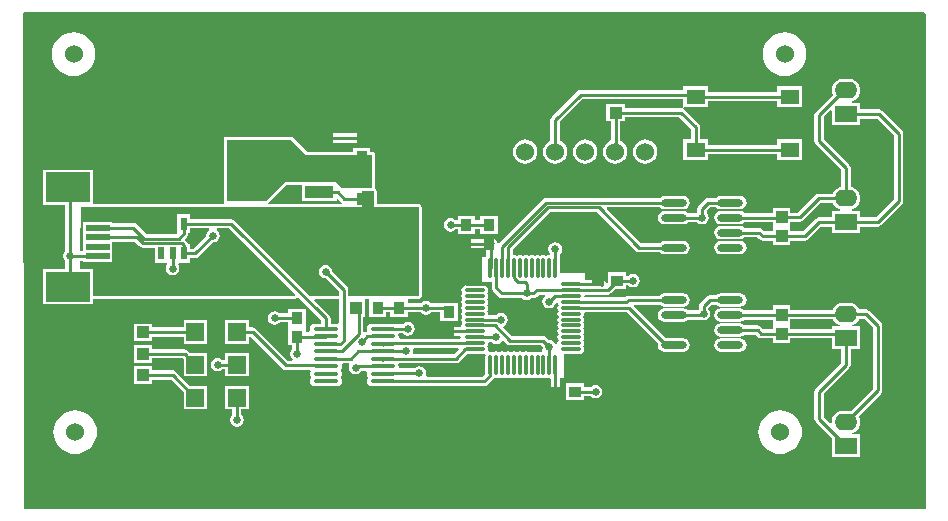
<source format=gtl>
G04*
G04 #@! TF.GenerationSoftware,Altium Limited,Altium Designer,18.1.6 (161)*
G04*
G04 Layer_Physical_Order=1*
G04 Layer_Color=255*
%FSLAX25Y25*%
%MOIN*%
G70*
G01*
G75*
%ADD14C,0.01000*%
%ADD36R,0.03937X0.04134*%
%ADD37R,0.03740X0.03937*%
%ADD38O,0.08661X0.02362*%
%ADD39R,0.09449X0.12598*%
%ADD40R,0.09449X0.03937*%
%ADD41R,0.02362X0.04331*%
%ADD42R,0.05906X0.05906*%
%ADD43R,0.06122X0.05118*%
%ADD44R,0.03937X0.03740*%
%ADD45R,0.14961X0.09843*%
%ADD46R,0.07874X0.01968*%
%ADD47O,0.08661X0.01378*%
%ADD48R,0.04134X0.03937*%
%ADD49O,0.01181X0.06890*%
%ADD50O,0.06890X0.01181*%
%ADD51O,0.07500X0.05500*%
%ADD52R,0.07500X0.05500*%
%ADD53C,0.06000*%
%ADD54R,0.06000X0.06000*%
%ADD55C,0.02500*%
G36*
X663500Y469500D02*
Y304500D01*
X363000D01*
X362501Y469646D01*
X362854Y470000D01*
X663000D01*
X663500Y469500D01*
D02*
G37*
%LPC*%
G36*
X616500Y463285D02*
X615079Y463145D01*
X613712Y462731D01*
X612453Y462057D01*
X611349Y461151D01*
X610443Y460047D01*
X609769Y458788D01*
X609355Y457421D01*
X609215Y456000D01*
X609355Y454579D01*
X609769Y453212D01*
X610443Y451953D01*
X611349Y450849D01*
X612453Y449943D01*
X613712Y449269D01*
X615079Y448855D01*
X616500Y448715D01*
X617921Y448855D01*
X619288Y449269D01*
X620547Y449943D01*
X621651Y450849D01*
X622557Y451953D01*
X623231Y453212D01*
X623645Y454579D01*
X623785Y456000D01*
X623645Y457421D01*
X623231Y458788D01*
X622557Y460047D01*
X621651Y461151D01*
X620547Y462057D01*
X619288Y462731D01*
X617921Y463145D01*
X616500Y463285D01*
D02*
G37*
G36*
X379500D02*
X378079Y463145D01*
X376712Y462731D01*
X375453Y462057D01*
X374349Y461151D01*
X373443Y460047D01*
X372769Y458788D01*
X372355Y457421D01*
X372215Y456000D01*
X372355Y454579D01*
X372769Y453212D01*
X373443Y451953D01*
X374349Y450849D01*
X375453Y449943D01*
X376712Y449269D01*
X378079Y448855D01*
X379500Y448715D01*
X380921Y448855D01*
X382288Y449269D01*
X383547Y449943D01*
X384651Y450849D01*
X385557Y451953D01*
X386230Y453212D01*
X386645Y454579D01*
X386785Y456000D01*
X386645Y457421D01*
X386230Y458788D01*
X385557Y460047D01*
X384651Y461151D01*
X383547Y462057D01*
X382288Y462731D01*
X380921Y463145D01*
X379500Y463285D01*
D02*
G37*
G36*
X622211Y445417D02*
X614089D01*
Y443388D01*
X590911D01*
Y445417D01*
X582789D01*
Y444029D01*
X548500D01*
X547915Y443913D01*
X547419Y443581D01*
X538919Y435081D01*
X538587Y434585D01*
X538471Y434000D01*
Y427196D01*
X537983Y426994D01*
X537147Y426353D01*
X536506Y425517D01*
X536103Y424544D01*
X535965Y423500D01*
X536103Y422456D01*
X536506Y421483D01*
X537147Y420647D01*
X537983Y420006D01*
X538956Y419603D01*
X540000Y419465D01*
X541044Y419603D01*
X542017Y420006D01*
X542853Y420647D01*
X543494Y421483D01*
X543897Y422456D01*
X544034Y423500D01*
X543897Y424544D01*
X543494Y425517D01*
X542853Y426353D01*
X542017Y426994D01*
X541529Y427196D01*
Y433366D01*
X549133Y440971D01*
X582789D01*
Y438765D01*
X582789Y438343D01*
X582778Y438319D01*
X582450Y437940D01*
X582242Y437981D01*
X582000Y438029D01*
X563216D01*
Y439468D01*
X557083D01*
Y433532D01*
X558620D01*
Y427258D01*
X557983Y426994D01*
X557147Y426353D01*
X556506Y425517D01*
X556103Y424544D01*
X555966Y423500D01*
X556103Y422456D01*
X556506Y421483D01*
X557147Y420647D01*
X557983Y420006D01*
X558956Y419603D01*
X560000Y419465D01*
X561044Y419603D01*
X562017Y420006D01*
X562853Y420647D01*
X563494Y421483D01*
X563897Y422456D01*
X564035Y423500D01*
X563897Y424544D01*
X563494Y425517D01*
X562853Y426353D01*
X562017Y426994D01*
X561679Y427134D01*
Y433532D01*
X563216D01*
Y434971D01*
X581366D01*
X585321Y431016D01*
Y427701D01*
X582789D01*
Y420583D01*
X590911D01*
Y422612D01*
X614089D01*
Y420583D01*
X622211D01*
Y427701D01*
X614089D01*
Y425671D01*
X590911D01*
Y427701D01*
X588380D01*
Y431650D01*
X588263Y432235D01*
X587932Y432731D01*
X583081Y437581D01*
X582700Y437836D01*
X582904Y438293D01*
X583250Y438299D01*
X583271Y438299D01*
X590911D01*
Y440329D01*
X614089D01*
Y438299D01*
X622211D01*
Y445417D01*
D02*
G37*
G36*
X475500Y429679D02*
X475025Y429585D01*
X461417D01*
X460832Y429468D01*
X460336Y429137D01*
X460004Y428640D01*
X459888Y428055D01*
X460004Y427470D01*
X460336Y426974D01*
X460832Y426642D01*
X461417Y426526D01*
X475406D01*
X475991Y426642D01*
X476487Y426974D01*
X476581Y427068D01*
X476913Y427564D01*
X477029Y428150D01*
X476913Y428735D01*
X476581Y429231D01*
X476085Y429563D01*
X475500Y429679D01*
D02*
G37*
G36*
X570000Y427534D02*
X568956Y427397D01*
X567983Y426994D01*
X567147Y426353D01*
X566506Y425517D01*
X566103Y424544D01*
X565966Y423500D01*
X566103Y422456D01*
X566506Y421483D01*
X567147Y420647D01*
X567983Y420006D01*
X568956Y419603D01*
X570000Y419465D01*
X571044Y419603D01*
X572017Y420006D01*
X572853Y420647D01*
X573494Y421483D01*
X573897Y422456D01*
X574035Y423500D01*
X573897Y424544D01*
X573494Y425517D01*
X572853Y426353D01*
X572017Y426994D01*
X571044Y427397D01*
X570000Y427534D01*
D02*
G37*
G36*
X550000D02*
X548956Y427397D01*
X547983Y426994D01*
X547147Y426353D01*
X546506Y425517D01*
X546103Y424544D01*
X545965Y423500D01*
X546103Y422456D01*
X546506Y421483D01*
X547147Y420647D01*
X547983Y420006D01*
X548956Y419603D01*
X550000Y419465D01*
X551044Y419603D01*
X552017Y420006D01*
X552853Y420647D01*
X553494Y421483D01*
X553897Y422456D01*
X554035Y423500D01*
X553897Y424544D01*
X553494Y425517D01*
X552853Y426353D01*
X552017Y426994D01*
X551044Y427397D01*
X550000Y427534D01*
D02*
G37*
G36*
X530000D02*
X528956Y427397D01*
X527983Y426994D01*
X527147Y426353D01*
X526506Y425517D01*
X526103Y424544D01*
X525965Y423500D01*
X526103Y422456D01*
X526506Y421483D01*
X527147Y420647D01*
X527983Y420006D01*
X528956Y419603D01*
X530000Y419465D01*
X531044Y419603D01*
X532017Y420006D01*
X532853Y420647D01*
X533494Y421483D01*
X533897Y422456D01*
X534034Y423500D01*
X533897Y424544D01*
X533494Y425517D01*
X532853Y426353D01*
X532017Y426994D01*
X531044Y427397D01*
X530000Y427534D01*
D02*
G37*
G36*
X452000Y428520D02*
X430500D01*
X430110Y428442D01*
X429779Y428221D01*
X429558Y427890D01*
X429480Y427500D01*
Y407000D01*
X429558Y406610D01*
X429618Y406520D01*
X429351Y406020D01*
X386137D01*
Y417457D01*
X369176D01*
Y405614D01*
X376770D01*
Y390385D01*
X376677Y390323D01*
X376180Y389579D01*
X376005Y388701D01*
X376180Y387823D01*
X376677Y387079D01*
X376770Y387017D01*
Y384386D01*
X369176D01*
Y372543D01*
X386137D01*
Y374480D01*
X453184D01*
X453574Y374558D01*
X453905Y374779D01*
X454527Y374810D01*
X462107Y367230D01*
Y366148D01*
X459995D01*
X459336Y366017D01*
X458777Y365644D01*
X458404Y365085D01*
X458273Y364426D01*
X458382Y363880D01*
X458107Y363380D01*
X456870D01*
Y364681D01*
X456870Y364819D01*
Y365181D01*
X456870Y365319D01*
Y371118D01*
X451130D01*
Y369679D01*
X448037D01*
X447378Y370120D01*
X446500Y370294D01*
X445622Y370120D01*
X444878Y369622D01*
X444381Y368878D01*
X444206Y368000D01*
X444381Y367122D01*
X444878Y366378D01*
X445622Y365880D01*
X446500Y365706D01*
X447378Y365880D01*
X448122Y366378D01*
X448284Y366620D01*
X451130D01*
Y365319D01*
X451130Y365181D01*
Y364819D01*
X451130Y364681D01*
Y358882D01*
X452471D01*
Y357684D01*
X452378Y357622D01*
X451881Y356878D01*
X451706Y356000D01*
X451881Y355122D01*
X452378Y354378D01*
X452544Y354267D01*
X452393Y353767D01*
X450896D01*
X440238Y364425D01*
X439742Y364756D01*
X439156Y364873D01*
X437843D01*
Y367296D01*
X429937D01*
Y359391D01*
X437843D01*
Y361814D01*
X438523D01*
X449181Y351156D01*
X449678Y350824D01*
X450263Y350708D01*
X458219D01*
X458486Y350208D01*
X458404Y350085D01*
X458273Y349426D01*
X458404Y348767D01*
X458529Y348580D01*
X458759Y348176D01*
X458529Y347773D01*
X458404Y347585D01*
X458273Y346926D01*
X458404Y346267D01*
X458777Y345708D01*
X459336Y345335D01*
X459995Y345204D01*
X467278D01*
X467938Y345335D01*
X468496Y345708D01*
X468869Y346267D01*
X469001Y346926D01*
X468869Y347585D01*
X468744Y347773D01*
X468515Y348176D01*
X468744Y348580D01*
X468869Y348767D01*
X469001Y349426D01*
X468869Y350085D01*
X468744Y350273D01*
X468515Y350676D01*
X468744Y351080D01*
X468869Y351267D01*
X469001Y351926D01*
X468907Y352397D01*
X469217Y352897D01*
X471197D01*
X471433Y352456D01*
X471381Y352378D01*
X471206Y351500D01*
X471381Y350622D01*
X471878Y349878D01*
X472622Y349380D01*
X473500Y349206D01*
X474378Y349380D01*
X475122Y349878D01*
X475469Y350397D01*
X476954D01*
X477264Y349897D01*
X477171Y349426D01*
X477302Y348767D01*
X477427Y348580D01*
X477657Y348176D01*
X477427Y347773D01*
X477302Y347585D01*
X477171Y346926D01*
X477302Y346267D01*
X477675Y345708D01*
X478234Y345335D01*
X478893Y345204D01*
X486176D01*
X486835Y345335D01*
X486927Y345397D01*
X516426D01*
X517011Y345513D01*
X517508Y345845D01*
X519360Y347697D01*
X519668Y348158D01*
X519748Y348104D01*
X520369Y347981D01*
X520990Y348104D01*
X521353Y348347D01*
X521717Y348104D01*
X522338Y347981D01*
X522958Y348104D01*
X523322Y348347D01*
X523686Y348104D01*
X524306Y347981D01*
X524927Y348104D01*
X525290Y348347D01*
X525654Y348104D01*
X526275Y347981D01*
X526895Y348104D01*
X527259Y348347D01*
X527623Y348104D01*
X528243Y347981D01*
X528864Y348104D01*
X529227Y348347D01*
X529591Y348104D01*
X530212Y347981D01*
X530832Y348104D01*
X531196Y348347D01*
X531560Y348104D01*
X532180Y347981D01*
X532801Y348104D01*
X533164Y348347D01*
X533528Y348104D01*
X534149Y347981D01*
X534769Y348104D01*
X535133Y348347D01*
X535497Y348104D01*
X535601Y348000D01*
X536020D01*
X536117Y347981D01*
X536214Y348000D01*
X537988D01*
X538086Y347981D01*
X538525Y347673D01*
Y343796D01*
X538641Y343211D01*
X538973Y342715D01*
X539269Y342419D01*
X539765Y342087D01*
X540350Y341971D01*
X540936Y342087D01*
X541432Y342419D01*
X541763Y342915D01*
X541880Y343500D01*
X541763Y344085D01*
X541583Y344354D01*
Y348000D01*
X543000D01*
Y356051D01*
X548125D01*
X548746Y356175D01*
X549272Y356526D01*
X549623Y357053D01*
X549747Y357673D01*
X549623Y358294D01*
X549380Y358658D01*
X549623Y359021D01*
X549747Y359642D01*
X549623Y360262D01*
X549380Y360626D01*
X549623Y360990D01*
X549747Y361610D01*
X549623Y362231D01*
X549380Y362595D01*
X549623Y362958D01*
X549747Y363579D01*
X549623Y364199D01*
X549380Y364563D01*
X549623Y364927D01*
X549747Y365547D01*
X549623Y366168D01*
X549380Y366531D01*
X549623Y366895D01*
X549747Y367516D01*
X549623Y368136D01*
X549380Y368500D01*
X549623Y368864D01*
X549747Y369484D01*
X549736Y369537D01*
X550053Y369923D01*
X563914D01*
X574287Y359550D01*
X574178Y359000D01*
X574347Y358149D01*
X574829Y357428D01*
X575551Y356945D01*
X576402Y356776D01*
X582701D01*
X583552Y356945D01*
X584273Y357428D01*
X584755Y358149D01*
X584925Y359000D01*
X584755Y359851D01*
X584273Y360573D01*
X583552Y361055D01*
X582701Y361224D01*
X576939D01*
X566264Y371898D01*
X566456Y372360D01*
X574930D01*
X575551Y371945D01*
X576402Y371776D01*
X582701D01*
X583552Y371945D01*
X584273Y372428D01*
X584755Y373149D01*
X584925Y374000D01*
X584755Y374851D01*
X584273Y375572D01*
X583552Y376055D01*
X582701Y376224D01*
X576402D01*
X575551Y376055D01*
X574829Y375572D01*
X574727Y375419D01*
X564390D01*
X563804Y375303D01*
X563308Y374971D01*
X563288Y374951D01*
X550053D01*
X549736Y375337D01*
X549747Y375390D01*
X549736Y375442D01*
X550053Y375829D01*
X557508D01*
X558093Y375945D01*
X558589Y376277D01*
X559942Y377630D01*
X563618D01*
Y378971D01*
X564316D01*
X564378Y378878D01*
X565122Y378380D01*
X566000Y378206D01*
X566878Y378380D01*
X567622Y378878D01*
X568119Y379622D01*
X568294Y380500D01*
X568119Y381378D01*
X567622Y382122D01*
X566878Y382620D01*
X566000Y382794D01*
X565122Y382620D01*
X564378Y382122D01*
X564316Y382029D01*
X563618D01*
Y383370D01*
X557681D01*
Y380007D01*
X557508Y379872D01*
X557445Y379855D01*
X556876Y379974D01*
X556705Y380231D01*
X556527Y380408D01*
X556031Y380740D01*
X555446Y380856D01*
X550000D01*
Y383000D01*
X541676D01*
Y387398D01*
X541583Y387862D01*
Y389316D01*
X541676Y389378D01*
X542174Y390122D01*
X542348Y391000D01*
X542174Y391878D01*
X541676Y392622D01*
X540932Y393120D01*
X540054Y393294D01*
X539176Y393120D01*
X538432Y392622D01*
X537935Y391878D01*
X537760Y391000D01*
X537935Y390122D01*
X538369Y389473D01*
X538208Y389115D01*
X538121Y389012D01*
X538086Y389019D01*
X537465Y388896D01*
X537101Y388653D01*
X536738Y388896D01*
X536117Y389019D01*
X535497Y388896D01*
X535133Y388653D01*
X534769Y388896D01*
X534149Y389019D01*
X533528Y388896D01*
X533164Y388653D01*
X532801Y388896D01*
X532180Y389019D01*
X531560Y388896D01*
X531196Y388653D01*
X530832Y388896D01*
X530212Y389019D01*
X529591Y388896D01*
X529227Y388653D01*
X528864Y388896D01*
X528243Y389019D01*
X527623Y388896D01*
X527259Y388653D01*
X526895Y388896D01*
X526275Y389019D01*
X526222Y389009D01*
X525836Y389326D01*
Y391051D01*
X538255Y403471D01*
X553866D01*
X566919Y390419D01*
X567415Y390087D01*
X568000Y389971D01*
X574800D01*
X574829Y389928D01*
X575551Y389445D01*
X576402Y389276D01*
X582701D01*
X583552Y389445D01*
X584273Y389928D01*
X584755Y390649D01*
X584925Y391500D01*
X584755Y392351D01*
X584273Y393073D01*
X583552Y393555D01*
X582701Y393724D01*
X576402D01*
X575551Y393555D01*
X574829Y393073D01*
X574800Y393029D01*
X568634D01*
X557154Y404509D01*
X557346Y404971D01*
X574800D01*
X574829Y404927D01*
X575551Y404445D01*
X576402Y404276D01*
X582701D01*
X583552Y404445D01*
X584273Y404927D01*
X584755Y405649D01*
X584925Y406500D01*
X584755Y407351D01*
X584273Y408073D01*
X583552Y408555D01*
X582701Y408724D01*
X576402D01*
X575551Y408555D01*
X574829Y408073D01*
X574800Y408029D01*
X537000D01*
X536415Y407913D01*
X535919Y407581D01*
X521256Y392919D01*
X521196Y392829D01*
X520725Y393024D01*
X520730Y393051D01*
X520614Y393636D01*
X520282Y394133D01*
X519786Y394464D01*
X519390Y394543D01*
X519136Y394712D01*
X518551Y394829D01*
X517966Y394712D01*
X517470Y394381D01*
X517469Y394380D01*
X511897D01*
X511311Y394263D01*
X510815Y393932D01*
X510484Y393436D01*
X510367Y392850D01*
X510484Y392265D01*
X510815Y391769D01*
X511311Y391437D01*
X511897Y391321D01*
X517022D01*
Y388500D01*
X515500D01*
Y380000D01*
X518840D01*
Y378131D01*
X518956Y377546D01*
X519288Y377049D01*
X521175Y375163D01*
X521671Y374831D01*
X522256Y374714D01*
X528821D01*
X528878Y374629D01*
X529622Y374131D01*
X530500Y373957D01*
X531378Y374131D01*
X532122Y374629D01*
X532184Y374722D01*
X532751D01*
X533336Y374838D01*
X533832Y375169D01*
X534492Y375829D01*
X536536D01*
X536687Y375329D01*
X536378Y375122D01*
X535881Y374378D01*
X535706Y373500D01*
X535881Y372622D01*
X536378Y371878D01*
X537122Y371380D01*
X538000Y371206D01*
X538878Y371380D01*
X539622Y371878D01*
X540119Y372622D01*
X540227Y373162D01*
X540326Y373212D01*
X540892Y372933D01*
X540918Y372801D01*
X541161Y372437D01*
X540918Y372073D01*
X540795Y371453D01*
X540918Y370832D01*
X541161Y370468D01*
X540918Y370105D01*
X540795Y369484D01*
X540918Y368864D01*
X541161Y368500D01*
X540918Y368136D01*
X540795Y367516D01*
X540918Y366895D01*
X541161Y366531D01*
X540918Y366168D01*
X540795Y365547D01*
X540918Y364927D01*
X541161Y364563D01*
X540918Y364199D01*
X540795Y363579D01*
X540918Y362958D01*
X541161Y362595D01*
X540918Y362231D01*
X540795Y361610D01*
X540918Y360990D01*
X541161Y360626D01*
X540918Y360262D01*
X540795Y359642D01*
X540859Y359317D01*
X540462Y358872D01*
X540283Y358899D01*
X540205Y359292D01*
X539708Y360036D01*
X538964Y360534D01*
X538086Y360708D01*
X537976Y360687D01*
X537081Y361581D01*
X536585Y361913D01*
X536000Y362029D01*
X525598D01*
X522727Y364901D01*
X522842Y365281D01*
X522924Y365411D01*
X523622Y365878D01*
X524119Y366622D01*
X524294Y367500D01*
X524119Y368378D01*
X523622Y369122D01*
X522878Y369619D01*
X522000Y369794D01*
X521122Y369619D01*
X520378Y369122D01*
X520326Y369045D01*
X517967D01*
X517650Y369432D01*
X517660Y369484D01*
X517537Y370105D01*
X517294Y370468D01*
X517537Y370832D01*
X517660Y371453D01*
X517537Y372073D01*
X517294Y372437D01*
X517537Y372801D01*
X517660Y373421D01*
X517537Y374042D01*
X517294Y374406D01*
X517537Y374769D01*
X517660Y375390D01*
X517537Y376010D01*
X517294Y376374D01*
X517537Y376738D01*
X517660Y377358D01*
X517537Y377979D01*
X517185Y378505D01*
X516659Y378856D01*
X516038Y378980D01*
X510330D01*
X509709Y378856D01*
X509183Y378505D01*
X508832Y377979D01*
X508708Y377358D01*
X508832Y376738D01*
X509074Y376374D01*
X508832Y376010D01*
X508708Y375390D01*
X508832Y374769D01*
X509074Y374406D01*
X508832Y374042D01*
X508708Y373421D01*
X508832Y372801D01*
X509074Y372437D01*
X508832Y372073D01*
X508708Y371453D01*
X508832Y370832D01*
X509074Y370468D01*
X508832Y370105D01*
X508708Y369484D01*
X508832Y368864D01*
X509074Y368500D01*
X508832Y368136D01*
X508708Y367516D01*
X508832Y366895D01*
X509074Y366531D01*
X508832Y366168D01*
X508708Y365547D01*
X508718Y365495D01*
X508401Y365108D01*
X506272D01*
X505686Y364992D01*
X505190Y364660D01*
X504859Y364164D01*
X504742Y363579D01*
X504859Y362994D01*
X505190Y362497D01*
X505686Y362166D01*
X506272Y362049D01*
X508401D01*
X508718Y361663D01*
X508708Y361610D01*
X508718Y361558D01*
X508401Y361171D01*
X488258D01*
X487848Y361671D01*
X487898Y361926D01*
X487805Y362397D01*
X488115Y362897D01*
X489242D01*
X489304Y362804D01*
X490048Y362307D01*
X490926Y362132D01*
X491804Y362307D01*
X492548Y362804D01*
X493046Y363548D01*
X493220Y364426D01*
X493046Y365304D01*
X492548Y366048D01*
X491804Y366546D01*
X490926Y366720D01*
X490048Y366546D01*
X489304Y366048D01*
X489242Y365956D01*
X486927D01*
X486835Y366017D01*
X486176Y366148D01*
X478893D01*
X478234Y366017D01*
X477675Y365644D01*
X477302Y365085D01*
X477171Y364426D01*
X477302Y363767D01*
X476969Y363365D01*
X476841Y363339D01*
X476633Y363200D01*
X476133Y363467D01*
Y368284D01*
X476762D01*
Y374417D01*
X477236Y374480D01*
X477553D01*
X478027Y374416D01*
X478027Y373980D01*
Y368479D01*
X483767D01*
Y369918D01*
X485130D01*
Y368382D01*
X490870D01*
Y369918D01*
X495316D01*
X495378Y369826D01*
X496122Y369328D01*
X497000Y369154D01*
X497878Y369328D01*
X498622Y369826D01*
X498684Y369918D01*
X501734D01*
Y367181D01*
X507474D01*
Y373118D01*
X501734D01*
Y372977D01*
X498684D01*
X498622Y373070D01*
X497878Y373567D01*
X497000Y373742D01*
X496122Y373567D01*
X495378Y373070D01*
X495316Y372977D01*
X491224D01*
X490870Y373331D01*
X490870Y374319D01*
X491303Y374480D01*
X494500D01*
X494890Y374558D01*
X495221Y374779D01*
X495442Y375110D01*
X495520Y375500D01*
Y405000D01*
X495442Y405390D01*
X495221Y405721D01*
X494890Y405942D01*
X494500Y406020D01*
X480520D01*
Y410213D01*
X480490Y410359D01*
X480476Y410508D01*
X480452Y410553D01*
X480442Y410603D01*
X480359Y410727D01*
X480289Y410859D01*
X480249Y410891D01*
X480221Y410934D01*
X480097Y411017D01*
X479981Y411112D01*
X479946Y411130D01*
X480020Y411500D01*
Y422500D01*
X479942Y422890D01*
X479721Y423221D01*
X479390Y423442D01*
X479000Y423520D01*
X478370D01*
Y424819D01*
X472630D01*
Y423520D01*
X457422D01*
X452721Y428221D01*
X452390Y428442D01*
X452000Y428520D01*
D02*
G37*
G36*
X601598Y408724D02*
X595299D01*
X594448Y408555D01*
X593727Y408073D01*
X593698Y408029D01*
X591000D01*
X590415Y407913D01*
X589919Y407581D01*
X587919Y405581D01*
X587587Y405085D01*
X587471Y404500D01*
Y403184D01*
X587378Y403122D01*
X587316Y403029D01*
X584302D01*
X584273Y403073D01*
X583552Y403555D01*
X582701Y403724D01*
X576402D01*
X575551Y403555D01*
X574829Y403073D01*
X574347Y402351D01*
X574178Y401500D01*
X574347Y400649D01*
X574829Y399927D01*
X575551Y399445D01*
X576402Y399276D01*
X582701D01*
X583552Y399445D01*
X584273Y399927D01*
X584302Y399971D01*
X587316D01*
X587378Y399878D01*
X588122Y399380D01*
X589000Y399206D01*
X589878Y399380D01*
X590622Y399878D01*
X591119Y400622D01*
X591294Y401500D01*
X591119Y402378D01*
X590622Y403122D01*
X590529Y403184D01*
Y403866D01*
X591634Y404971D01*
X593698D01*
X593727Y404927D01*
X594448Y404445D01*
X595299Y404276D01*
X601598D01*
X602449Y404445D01*
X603171Y404927D01*
X603653Y405649D01*
X603822Y406500D01*
X603653Y407351D01*
X603171Y408073D01*
X602449Y408555D01*
X601598Y408724D01*
D02*
G37*
G36*
X638000Y447656D02*
X636000D01*
X635021Y447528D01*
X634109Y447150D01*
X633325Y446549D01*
X632724Y445765D01*
X632346Y444853D01*
X632218Y443874D01*
X632346Y442895D01*
X632570Y442355D01*
X626919Y436703D01*
X626587Y436207D01*
X626471Y435621D01*
Y427000D01*
X626587Y426415D01*
X626919Y425919D01*
X635471Y417367D01*
Y411587D01*
X635021Y411527D01*
X634109Y411150D01*
X633325Y410548D01*
X632724Y409765D01*
X632575Y409403D01*
X627874D01*
X627289Y409287D01*
X626793Y408955D01*
X621016Y403179D01*
X618469D01*
Y404716D01*
X612532D01*
Y403029D01*
X603200D01*
X603171Y403073D01*
X602449Y403555D01*
X601598Y403724D01*
X595299D01*
X594448Y403555D01*
X593727Y403073D01*
X593245Y402351D01*
X593075Y401500D01*
X593245Y400649D01*
X593727Y399927D01*
X594448Y399445D01*
X595299Y399276D01*
X601598D01*
X602449Y399445D01*
X603171Y399927D01*
X603200Y399971D01*
X612532D01*
Y398583D01*
X612532D01*
Y398417D01*
X612532D01*
Y396880D01*
X609783D01*
X609081Y397581D01*
X608585Y397913D01*
X608000Y398029D01*
X603200D01*
X603171Y398073D01*
X602449Y398555D01*
X601598Y398724D01*
X595299D01*
X594448Y398555D01*
X593727Y398073D01*
X593245Y397351D01*
X593075Y396500D01*
X593245Y395649D01*
X593727Y394928D01*
X594448Y394445D01*
X595299Y394276D01*
X601598D01*
X602449Y394445D01*
X603171Y394928D01*
X603200Y394971D01*
X607367D01*
X608068Y394269D01*
X608564Y393937D01*
X609150Y393821D01*
X612532D01*
Y392284D01*
X618469D01*
Y393821D01*
X623350D01*
X623936Y393937D01*
X624432Y394269D01*
X628633Y398471D01*
X632250D01*
Y396250D01*
X641750D01*
Y398471D01*
X647500D01*
X648085Y398587D01*
X648581Y398919D01*
X655581Y405919D01*
X655913Y406415D01*
X656029Y407000D01*
Y429500D01*
X655913Y430085D01*
X655581Y430581D01*
X649081Y437081D01*
X648585Y437413D01*
X648000Y437529D01*
X641750D01*
Y439750D01*
X639088D01*
X638979Y440220D01*
X639891Y440598D01*
X640674Y441199D01*
X641276Y441983D01*
X641653Y442895D01*
X641782Y443874D01*
X641653Y444853D01*
X641276Y445765D01*
X640674Y446549D01*
X639891Y447150D01*
X638979Y447528D01*
X638000Y447656D01*
D02*
G37*
G36*
X520870Y402118D02*
X515130D01*
Y400679D01*
X513267D01*
Y402118D01*
X507527D01*
Y400679D01*
X506834D01*
X506772Y400772D01*
X506028Y401269D01*
X505150Y401444D01*
X504272Y401269D01*
X503527Y400772D01*
X503030Y400028D01*
X502855Y399150D01*
X503030Y398272D01*
X503527Y397527D01*
X504272Y397030D01*
X505150Y396855D01*
X506028Y397030D01*
X506772Y397527D01*
X506834Y397620D01*
X507527D01*
Y396181D01*
X513267D01*
Y397620D01*
X515130D01*
Y396181D01*
X520870D01*
Y402118D01*
D02*
G37*
G36*
X601598Y393724D02*
X595299D01*
X594448Y393555D01*
X593727Y393073D01*
X593245Y392351D01*
X593075Y391500D01*
X593245Y390649D01*
X593727Y389928D01*
X594448Y389445D01*
X595299Y389276D01*
X601598D01*
X602449Y389445D01*
X603171Y389928D01*
X603653Y390649D01*
X603822Y391500D01*
X603653Y392351D01*
X603171Y393073D01*
X602449Y393555D01*
X601598Y393724D01*
D02*
G37*
G36*
Y376224D02*
X595299D01*
X594448Y376055D01*
X593727Y375572D01*
X593698Y375529D01*
X591500D01*
X590915Y375413D01*
X590419Y375081D01*
X588419Y373081D01*
X588087Y372585D01*
X587971Y372000D01*
Y371184D01*
X587878Y371122D01*
X587482Y370529D01*
X584302D01*
X584273Y370572D01*
X583552Y371055D01*
X582701Y371224D01*
X576402D01*
X575551Y371055D01*
X574829Y370572D01*
X574347Y369851D01*
X574178Y369000D01*
X574347Y368149D01*
X574829Y367427D01*
X575551Y366945D01*
X576402Y366776D01*
X582701D01*
X583552Y366945D01*
X584273Y367427D01*
X584302Y367471D01*
X588487D01*
X588622Y367380D01*
X589500Y367206D01*
X590378Y367380D01*
X591122Y367878D01*
X591619Y368622D01*
X591794Y369500D01*
X591619Y370378D01*
X591122Y371122D01*
X591270Y371607D01*
X592134Y372471D01*
X593698D01*
X593727Y372428D01*
X594448Y371945D01*
X595299Y371776D01*
X601598D01*
X602449Y371945D01*
X603171Y372428D01*
X603653Y373149D01*
X603822Y374000D01*
X603653Y374851D01*
X603171Y375572D01*
X602449Y376055D01*
X601598Y376224D01*
D02*
G37*
G36*
X638000Y373156D02*
X636000D01*
X635021Y373027D01*
X634109Y372650D01*
X633325Y372048D01*
X632724Y371265D01*
X632482Y370679D01*
X618469D01*
Y372217D01*
X612532D01*
Y370529D01*
X603200D01*
X603171Y370572D01*
X602449Y371055D01*
X601598Y371224D01*
X595299D01*
X594448Y371055D01*
X593727Y370572D01*
X593245Y369851D01*
X593075Y369000D01*
X593245Y368149D01*
X593727Y367427D01*
X594448Y366945D01*
X595299Y366776D01*
X601598D01*
X602449Y366945D01*
X603171Y367427D01*
X603200Y367471D01*
X612532D01*
Y366083D01*
X612532D01*
Y365917D01*
X612532D01*
Y364380D01*
X609283D01*
X608581Y365081D01*
X608085Y365413D01*
X607500Y365529D01*
X603200D01*
X603171Y365573D01*
X602449Y366055D01*
X601598Y366224D01*
X595299D01*
X594448Y366055D01*
X593727Y365573D01*
X593245Y364851D01*
X593075Y364000D01*
X593245Y363149D01*
X593727Y362427D01*
X594448Y361945D01*
X595299Y361776D01*
X601598D01*
X602449Y361945D01*
X603171Y362427D01*
X603200Y362471D01*
X606867D01*
X607568Y361769D01*
X608064Y361437D01*
X608650Y361321D01*
X612532D01*
Y359784D01*
X618469D01*
Y361321D01*
X632250D01*
Y357750D01*
X635471D01*
Y353134D01*
X626919Y344581D01*
X626587Y344085D01*
X626471Y343500D01*
Y334500D01*
X626587Y333915D01*
X626919Y333419D01*
X632250Y328087D01*
Y321750D01*
X641750D01*
Y329250D01*
X639088D01*
X638979Y329720D01*
X639891Y330098D01*
X640674Y330699D01*
X641276Y331483D01*
X641653Y332395D01*
X641782Y333374D01*
X641653Y334353D01*
X641276Y335265D01*
X641179Y335391D01*
X648581Y342793D01*
X648913Y343289D01*
X649029Y343874D01*
Y365500D01*
X648913Y366085D01*
X648581Y366581D01*
X644707Y370456D01*
X644211Y370787D01*
X643626Y370903D01*
X641426D01*
X641276Y371265D01*
X640674Y372048D01*
X639891Y372650D01*
X638979Y373027D01*
X638000Y373156D01*
D02*
G37*
G36*
X424063Y367296D02*
X416157D01*
Y364873D01*
X405717D01*
Y366175D01*
X399583D01*
Y360238D01*
X405717D01*
Y361814D01*
X416157D01*
Y359391D01*
X424063D01*
Y367296D01*
D02*
G37*
G36*
X601598Y361224D02*
X595299D01*
X594448Y361055D01*
X593727Y360573D01*
X593245Y359851D01*
X593075Y359000D01*
X593245Y358149D01*
X593727Y357428D01*
X594448Y356945D01*
X595299Y356776D01*
X601598D01*
X602449Y356945D01*
X603171Y357428D01*
X603653Y358149D01*
X603822Y359000D01*
X603653Y359851D01*
X603171Y360573D01*
X602449Y361055D01*
X601598Y361224D01*
D02*
G37*
G36*
X437843Y356453D02*
X429937D01*
Y354029D01*
X429184D01*
X429122Y354122D01*
X428378Y354620D01*
X427500Y354794D01*
X426622Y354620D01*
X425878Y354122D01*
X425381Y353378D01*
X425206Y352500D01*
X425381Y351622D01*
X425878Y350878D01*
X426622Y350380D01*
X427500Y350206D01*
X428378Y350380D01*
X429122Y350878D01*
X429184Y350971D01*
X429937D01*
Y348547D01*
X437843D01*
Y356453D01*
D02*
G37*
G36*
X405717Y359072D02*
X399583D01*
Y353135D01*
X405717D01*
Y354574D01*
X415873D01*
X416157Y354290D01*
Y348547D01*
X424063D01*
Y356453D01*
X418320D01*
X417588Y357185D01*
X417092Y357516D01*
X416507Y357633D01*
X405717D01*
Y359072D01*
D02*
G37*
G36*
X549618Y346370D02*
X543681D01*
Y340630D01*
X549618D01*
Y341971D01*
X551816D01*
X551878Y341878D01*
X552622Y341381D01*
X553500Y341206D01*
X554378Y341381D01*
X555122Y341878D01*
X555619Y342622D01*
X555794Y343500D01*
X555619Y344378D01*
X555122Y345122D01*
X554378Y345620D01*
X553500Y345794D01*
X552622Y345620D01*
X551878Y345122D01*
X551816Y345029D01*
X549618D01*
Y346370D01*
D02*
G37*
G36*
X405717Y351969D02*
X399583D01*
Y346031D01*
X405717D01*
Y347471D01*
X411977D01*
X416157Y343290D01*
Y337547D01*
X424063D01*
Y345453D01*
X418320D01*
X413692Y350081D01*
X413196Y350413D01*
X412610Y350529D01*
X405717D01*
Y351969D01*
D02*
G37*
G36*
X437843Y345453D02*
X429937D01*
Y337547D01*
X432360D01*
Y335596D01*
X431881Y334878D01*
X431706Y334000D01*
X431881Y333122D01*
X432378Y332378D01*
X433122Y331880D01*
X434000Y331706D01*
X434878Y331880D01*
X435622Y332378D01*
X436119Y333122D01*
X436294Y334000D01*
X436119Y334878D01*
X435622Y335622D01*
X435419Y335758D01*
Y337547D01*
X437843D01*
Y345453D01*
D02*
G37*
G36*
X615000Y337285D02*
X613579Y337145D01*
X612212Y336731D01*
X610953Y336057D01*
X609849Y335151D01*
X608943Y334047D01*
X608270Y332788D01*
X607855Y331421D01*
X607715Y330000D01*
X607855Y328579D01*
X608270Y327212D01*
X608943Y325953D01*
X609849Y324849D01*
X610953Y323943D01*
X612212Y323270D01*
X613579Y322855D01*
X615000Y322715D01*
X616421Y322855D01*
X617788Y323270D01*
X619047Y323943D01*
X620151Y324849D01*
X621057Y325953D01*
X621731Y327212D01*
X622145Y328579D01*
X622285Y330000D01*
X622145Y331421D01*
X621731Y332788D01*
X621057Y334047D01*
X620151Y335151D01*
X619047Y336057D01*
X617788Y336731D01*
X616421Y337145D01*
X615000Y337285D01*
D02*
G37*
G36*
X380000D02*
X378579Y337145D01*
X377212Y336731D01*
X375953Y336057D01*
X374849Y335151D01*
X373943Y334047D01*
X373270Y332788D01*
X372855Y331421D01*
X372715Y330000D01*
X372855Y328579D01*
X373270Y327212D01*
X373943Y325953D01*
X374849Y324849D01*
X375953Y323943D01*
X377212Y323270D01*
X378579Y322855D01*
X380000Y322715D01*
X381421Y322855D01*
X382788Y323270D01*
X384047Y323943D01*
X385151Y324849D01*
X386057Y325953D01*
X386731Y327212D01*
X387145Y328579D01*
X387285Y330000D01*
X387145Y331421D01*
X386731Y332788D01*
X386057Y334047D01*
X385151Y335151D01*
X384047Y336057D01*
X382788Y336731D01*
X381421Y337145D01*
X380000Y337285D01*
D02*
G37*
%LPD*%
G36*
X457000Y422500D02*
X479000D01*
Y411500D01*
X469000D01*
X467000Y413500D01*
X450000D01*
X443500Y407000D01*
X430500D01*
Y427500D01*
X452000D01*
X457000Y422500D01*
D02*
G37*
G36*
X455693Y406976D02*
X467142D01*
Y407542D01*
X467604Y407733D01*
X468568Y406769D01*
X468941Y406520D01*
X468797Y406020D01*
X444669D01*
X444461Y406520D01*
X450422Y412480D01*
X455693D01*
Y406976D01*
D02*
G37*
G36*
X453375Y375962D02*
X453184Y375500D01*
X386137D01*
Y384386D01*
X381954D01*
X381603Y384741D01*
X381630Y387171D01*
X382562D01*
Y386717D01*
X392436D01*
Y389866D01*
Y393471D01*
X399867D01*
X401419Y391919D01*
X401915Y391587D01*
X402500Y391471D01*
X406579D01*
Y386413D01*
X410482D01*
X410738Y385913D01*
X410381Y385378D01*
X410206Y384500D01*
X410381Y383622D01*
X410878Y382878D01*
X411622Y382381D01*
X412500Y382206D01*
X413378Y382381D01*
X414122Y382878D01*
X414619Y383622D01*
X414794Y384500D01*
X414619Y385378D01*
X414262Y385913D01*
X414518Y386413D01*
X418421D01*
Y388049D01*
X420079D01*
X420664Y388166D01*
X421160Y388497D01*
X425891Y393228D01*
X426000Y393206D01*
X426878Y393380D01*
X427622Y393878D01*
X428119Y394622D01*
X428294Y395500D01*
X428119Y396378D01*
X427622Y397122D01*
X427218Y397392D01*
X427370Y397892D01*
X431445D01*
X453375Y375962D01*
D02*
G37*
G36*
X424782Y397392D02*
X424378Y397122D01*
X423881Y396378D01*
X423706Y395500D01*
X423728Y395391D01*
X419445Y391108D01*
X418421D01*
Y392744D01*
X417673D01*
X417653Y392845D01*
X417322Y393341D01*
X416581Y394081D01*
X416551Y394388D01*
X417322Y395159D01*
X417653Y395655D01*
X417769Y396240D01*
Y396256D01*
X418421D01*
Y397892D01*
X424630D01*
X424782Y397392D01*
D02*
G37*
G36*
X479500Y410213D02*
Y405000D01*
X494500D01*
Y375500D01*
X471029D01*
Y377500D01*
X470913Y378085D01*
X470581Y378581D01*
X465772Y383391D01*
X465794Y383500D01*
X465619Y384378D01*
X465122Y385122D01*
X464378Y385619D01*
X463500Y385794D01*
X462622Y385619D01*
X461878Y385122D01*
X461381Y384378D01*
X461206Y383500D01*
X461381Y382622D01*
X461878Y381878D01*
X462622Y381381D01*
X463500Y381206D01*
X463609Y381228D01*
X467971Y376867D01*
Y375500D01*
X458163D01*
X433160Y400503D01*
X432664Y400834D01*
X432079Y400951D01*
X418421D01*
Y402587D01*
X414059D01*
Y396256D01*
X413653Y396029D01*
X403755D01*
X400553Y399231D01*
X400057Y399563D01*
X399472Y399679D01*
X392436D01*
Y400134D01*
X382562D01*
Y396165D01*
Y393016D01*
Y390230D01*
X382019D01*
X381668Y390586D01*
X381828Y405000D01*
X475500D01*
Y406321D01*
X476085Y406437D01*
X476581Y406769D01*
X476913Y407265D01*
X477029Y407850D01*
X476913Y408436D01*
X476581Y408932D01*
X476085Y409263D01*
X475500Y409380D01*
Y410480D01*
X479000D01*
X479500Y410213D01*
D02*
G37*
G36*
X467971Y366520D02*
X467471Y366110D01*
X467278Y366148D01*
X465166D01*
Y367863D01*
X465050Y368448D01*
X464718Y368945D01*
X459644Y374019D01*
X459836Y374480D01*
X467971D01*
Y366520D01*
D02*
G37*
G36*
X523883Y359419D02*
X524380Y359087D01*
X524965Y358971D01*
X535366D01*
X535813Y358524D01*
X535791Y358414D01*
X535808Y358334D01*
X535763Y356862D01*
X535497Y356809D01*
X535133Y356566D01*
X534769Y356809D01*
X534149Y356933D01*
X533528Y356809D01*
X533164Y356566D01*
X532801Y356809D01*
X532180Y356933D01*
X531560Y356809D01*
X531196Y356566D01*
X530832Y356809D01*
X530212Y356933D01*
X529591Y356809D01*
X529227Y356566D01*
X528864Y356809D01*
X528243Y356933D01*
X527623Y356809D01*
X527259Y356566D01*
X526895Y356809D01*
X526275Y356933D01*
X525654Y356809D01*
X525290Y356566D01*
X524927Y356809D01*
X524306Y356933D01*
X523686Y356809D01*
X523322Y356566D01*
X522958Y356809D01*
X522338Y356933D01*
X521717Y356809D01*
X521353Y356566D01*
X520990Y356809D01*
X520369Y356933D01*
X519748Y356809D01*
X519385Y356566D01*
X519021Y356809D01*
X518401Y356933D01*
X517967Y356846D01*
X517934Y356862D01*
X517589Y357207D01*
X517574Y357239D01*
X517660Y357673D01*
X517537Y358294D01*
X517294Y358658D01*
X517537Y359021D01*
X517660Y359642D01*
X517650Y359694D01*
X517967Y360081D01*
X518706D01*
X518768Y359988D01*
X519512Y359491D01*
X520390Y359316D01*
X521268Y359491D01*
X522012Y359988D01*
X522250Y360345D01*
X522894Y360408D01*
X523883Y359419D01*
D02*
G37*
G36*
X507987Y357650D02*
X506293Y355956D01*
X493037D01*
X492627Y356456D01*
X492720Y356926D01*
X492584Y357612D01*
X492895Y358112D01*
X507796D01*
X507987Y357650D01*
D02*
G37*
G36*
X516505Y356122D02*
X516850Y355777D01*
X516865Y355745D01*
X516779Y355311D01*
Y352606D01*
X516749Y352457D01*
Y349412D01*
X515793Y348456D01*
X497143D01*
X496876Y348956D01*
X497031Y349737D01*
X496857Y350615D01*
X496359Y351359D01*
X495615Y351857D01*
X494737Y352031D01*
X493859Y351857D01*
X493115Y351359D01*
X493053Y351267D01*
X488277D01*
X487866Y351767D01*
X487898Y351926D01*
X487805Y352397D01*
X488115Y352897D01*
X506926D01*
X507511Y353013D01*
X508008Y353345D01*
X510685Y356022D01*
X513184D01*
X513333Y356051D01*
X516038D01*
X516472Y356138D01*
X516505Y356122D01*
D02*
G37*
G36*
X632250Y437055D02*
Y432250D01*
X641750D01*
Y434471D01*
X647367D01*
X652971Y428866D01*
Y407633D01*
X646867Y401529D01*
X641750D01*
Y403750D01*
X639088D01*
X638979Y404220D01*
X639891Y404598D01*
X640674Y405199D01*
X641276Y405983D01*
X641653Y406895D01*
X641782Y407874D01*
X641653Y408853D01*
X641276Y409765D01*
X640674Y410548D01*
X639891Y411150D01*
X638979Y411527D01*
X638529Y411587D01*
Y418000D01*
X638413Y418585D01*
X638081Y419081D01*
X629529Y427633D01*
Y434988D01*
X631788Y437247D01*
X632250Y437055D01*
D02*
G37*
G36*
X632724Y405983D02*
X633325Y405199D01*
X634109Y404598D01*
X635021Y404220D01*
X634912Y403750D01*
X632250D01*
Y401529D01*
X628000D01*
X627415Y401413D01*
X626919Y401081D01*
X622717Y396880D01*
X618469D01*
Y398417D01*
X618469D01*
Y398583D01*
X618469D01*
Y400120D01*
X621650D01*
X622235Y400237D01*
X622731Y400568D01*
X628508Y406345D01*
X632575D01*
X632724Y405983D01*
D02*
G37*
G36*
Y367483D02*
X633325Y366700D01*
X634109Y366098D01*
X635021Y365721D01*
X634912Y365250D01*
X632250D01*
Y364380D01*
X618469D01*
Y365917D01*
X618469D01*
Y366083D01*
X618469D01*
Y367620D01*
X632667D01*
X632724Y367483D01*
D02*
G37*
G36*
X645971Y364866D02*
Y344508D01*
X638547Y337084D01*
X638000Y337156D01*
X636000D01*
X635021Y337028D01*
X634109Y336650D01*
X633325Y336049D01*
X632724Y335265D01*
X632346Y334353D01*
X632218Y333374D01*
X632251Y333119D01*
X631778Y332885D01*
X629529Y335134D01*
Y342866D01*
X638081Y351419D01*
X638413Y351915D01*
X638529Y352500D01*
Y357750D01*
X641750D01*
Y365250D01*
X639088D01*
X638979Y365721D01*
X639891Y366098D01*
X640674Y366700D01*
X641276Y367483D01*
X641426Y367845D01*
X642992D01*
X645971Y364866D01*
D02*
G37*
D14*
X637000Y400000D02*
X647500D01*
X654500Y407000D01*
Y429500D01*
X648000Y436000D02*
X654500Y429500D01*
X637000Y436000D02*
X648000D01*
X636253Y443874D02*
X637000D01*
X628000Y435621D02*
X636253Y443874D01*
X628000Y427000D02*
Y435621D01*
Y427000D02*
X637000Y418000D01*
Y407874D02*
Y418000D01*
X628000Y334500D02*
X637000Y325500D01*
X628000Y334500D02*
Y343500D01*
X637000Y352500D01*
Y361500D01*
Y333374D02*
X647500Y343874D01*
Y365500D01*
X643626Y369374D02*
X647500Y365500D01*
X637000Y369374D02*
X643626D01*
X636776Y369150D02*
X637000Y369374D01*
X615500Y369150D02*
X636776D01*
X635650Y362850D02*
X637000Y361500D01*
X615500Y362850D02*
X635650D01*
X627874Y407874D02*
X637000D01*
X621650Y401650D02*
X627874Y407874D01*
X615500Y401650D02*
X621650D01*
X628000Y400000D02*
X637000D01*
X623350Y395350D02*
X628000Y400000D01*
X615500Y395350D02*
X623350D01*
X608650Y362850D02*
X615500D01*
X607500Y364000D02*
X608650Y362850D01*
X598449Y364000D02*
X607500D01*
X615350Y369000D02*
X615500Y369150D01*
X598449Y369000D02*
X615350D01*
X609150Y395350D02*
X615500D01*
X608000Y396500D02*
X609150Y395350D01*
X598449Y396500D02*
X608000D01*
X615350Y401500D02*
X615500Y401650D01*
X598449Y401500D02*
X615350D01*
X579551D02*
X589000D01*
X591000Y406500D02*
X598449D01*
X589000Y404500D02*
X591000Y406500D01*
X589000Y401500D02*
Y404500D01*
X469650Y407850D02*
X475500D01*
X467555Y409945D02*
X469650Y407850D01*
X461417Y409945D02*
X467555D01*
X475406Y428055D02*
X475500Y428150D01*
X461417Y428055D02*
X475406D01*
X454000Y356000D02*
Y361850D01*
X473500Y351500D02*
X473926Y351926D01*
X482534D01*
X450263Y352237D02*
X463326D01*
X439156Y363344D02*
X450263Y352237D01*
X433890Y363344D02*
X439156D01*
X416240Y399421D02*
X432079D01*
X463637Y367863D01*
Y364426D02*
Y367863D01*
X538000Y373500D02*
X539890Y375390D01*
X545271D01*
X564390Y373890D02*
X579441D01*
X579551Y374000D01*
X563921Y373421D02*
X564390Y373890D01*
X545271Y373421D02*
X563921D01*
X545271Y371453D02*
X564547D01*
X545271Y377358D02*
X557508D01*
X533858D02*
X545271D01*
X532751Y376251D02*
X533858Y377358D01*
X564547Y371453D02*
X577000Y359000D01*
X579551D01*
X547043Y379327D02*
X555446D01*
X518551Y392850D02*
Y393299D01*
Y384543D02*
Y392299D01*
X518000Y392850D02*
X518551Y392299D01*
X568000Y391500D02*
X579551D01*
X554500Y405000D02*
X568000Y391500D01*
X537621Y405000D02*
X554500D01*
X480897Y371448D02*
X497000D01*
X530500Y376251D02*
X532751D01*
X526275Y381408D02*
Y384543D01*
X527584Y380098D02*
X529902D01*
X526275Y381408D02*
X527584Y380098D01*
X529902D02*
X530500Y379500D01*
Y376251D02*
Y379500D01*
X557508Y377358D02*
X560650Y380500D01*
X591500Y374000D02*
X598449D01*
X589500Y372000D02*
X591500Y374000D01*
X589500Y369500D02*
Y372000D01*
X586850Y424142D02*
Y431650D01*
X582000Y436500D02*
X586850Y431650D01*
X560150Y436500D02*
X582000D01*
X540054Y343796D02*
X540350Y343500D01*
X540054Y343796D02*
Y352457D01*
X518551Y392850D02*
X519000D01*
X511897D02*
X518000D01*
X513184Y363579D02*
X514957D01*
X506272D02*
X513184D01*
X412500Y384500D02*
Y389579D01*
X420079D02*
X426000Y395500D01*
X416240Y389579D02*
X420079D01*
X416240Y396240D02*
Y399421D01*
X414500Y394500D02*
X416240Y396240D01*
X403121Y394500D02*
X414500D01*
X399472Y398150D02*
X403121Y394500D01*
X387499Y398150D02*
X399472D01*
X416240Y389579D02*
Y392260D01*
X415500Y393000D02*
X416240Y392260D01*
X402500Y393000D02*
X415500D01*
X400500Y395000D02*
X402500Y393000D01*
X387499Y395000D02*
X400500D01*
X474603Y362570D02*
Y371350D01*
X468960Y356926D02*
X474603Y362570D01*
X463637Y356926D02*
X468960D01*
X518279Y348779D02*
Y352457D01*
X516426Y346926D02*
X518279Y348779D01*
X482534Y346926D02*
X516426D01*
X510051Y357551D02*
X513184D01*
X506926Y354426D02*
X510051Y357551D01*
X482534Y354426D02*
X506926D01*
X497000Y371448D02*
X503306D01*
X387499Y388701D02*
X388500D01*
X378299D02*
X387499D01*
X519918Y365547D02*
X524965Y360500D01*
X513184Y365547D02*
X519918D01*
X586209Y442500D02*
X586850Y441858D01*
X548500Y442500D02*
X586209D01*
X589000Y369000D02*
X589500Y369500D01*
X579551Y369000D02*
X589000D01*
X524306Y384543D02*
Y391685D01*
X537621Y405000D01*
X522338Y384543D02*
Y391838D01*
X537000Y406500D01*
X579551D01*
X433890Y334110D02*
Y341500D01*
X446650Y368150D02*
X454000D01*
X560650Y380500D02*
X566000D01*
X474426Y356926D02*
X482534D01*
X471926Y354426D02*
X474426Y356926D01*
X463637Y354426D02*
X471926D01*
X475500Y360000D02*
X477426Y361926D01*
X540000Y423500D02*
Y434000D01*
X548500Y442500D01*
X586850Y441858D02*
X618150D01*
X586850Y424142D02*
X618150D01*
X560000Y423500D02*
X560150Y423650D01*
Y436500D01*
X377657Y411535D02*
X379121Y413000D01*
X378299Y388701D02*
Y411177D01*
X505150Y399150D02*
X510397D01*
X518000D01*
X503306Y371448D02*
X504604Y370150D01*
X546650Y343500D02*
X553500D01*
X378299Y378823D02*
X378658Y378465D01*
X378299Y378823D02*
Y388701D01*
X490426Y356926D02*
X490500Y357000D01*
X482534Y356926D02*
X490426D01*
X463500Y383500D02*
X469500Y377500D01*
Y360500D02*
Y377500D01*
X468426Y359426D02*
X469500Y360500D01*
X463637Y359426D02*
X468426D01*
X555446Y379327D02*
X555623Y379150D01*
X522256Y376244D02*
X530493D01*
X520369Y378131D02*
X522256Y376244D01*
X520369Y378131D02*
Y384543D01*
X536000Y360500D02*
X538086Y358414D01*
X524965Y360500D02*
X536000D01*
X538086Y352457D02*
Y358414D01*
X559500Y423000D02*
X560000Y423500D01*
X540054Y391000D02*
Y391446D01*
Y384543D02*
Y391000D01*
X482534Y364426D02*
X490926D01*
X482845Y349737D02*
X494737D01*
X482534Y349426D02*
X482845Y349737D01*
X482534Y359115D02*
X483061Y359642D01*
X513184D01*
Y361610D02*
X520390D01*
X482534Y359115D02*
Y359426D01*
X482223Y354115D02*
X482534Y354426D01*
X521984Y367516D02*
X522000Y367500D01*
X514957Y367516D02*
X521984D01*
X427500Y352500D02*
X433890D01*
X477426Y361926D02*
X482534D01*
X463561Y361850D02*
X463637Y361926D01*
X454000Y361850D02*
X463561D01*
X412610Y349000D02*
X420110Y341500D01*
X402650Y349000D02*
X412610D01*
X416507Y356103D02*
X420110Y352500D01*
X402650Y356103D02*
X416507D01*
X402650Y363207D02*
X402786Y363344D01*
X420110D01*
X519000Y392850D02*
X519201Y393051D01*
D36*
X615500Y362850D02*
D03*
Y369150D02*
D03*
Y395350D02*
D03*
Y401650D02*
D03*
X473793Y371350D02*
D03*
Y377650D02*
D03*
D37*
X475500Y428150D02*
D03*
Y421850D02*
D03*
Y407850D02*
D03*
Y414150D02*
D03*
X454000Y368150D02*
D03*
Y361850D02*
D03*
X480897Y371448D02*
D03*
Y377747D02*
D03*
X488000Y371350D02*
D03*
Y377650D02*
D03*
X518000Y399150D02*
D03*
Y392850D02*
D03*
X510397Y399150D02*
D03*
Y392850D02*
D03*
X504604Y370150D02*
D03*
Y363850D02*
D03*
D38*
X598449Y391500D02*
D03*
Y396500D02*
D03*
Y401500D02*
D03*
Y406500D02*
D03*
X579551Y391500D02*
D03*
Y396500D02*
D03*
Y401500D02*
D03*
Y406500D02*
D03*
X598449Y359000D02*
D03*
Y364000D02*
D03*
Y369000D02*
D03*
Y374000D02*
D03*
X579551Y359000D02*
D03*
Y364000D02*
D03*
Y369000D02*
D03*
Y374000D02*
D03*
D39*
X438583Y419000D02*
D03*
D40*
X461417Y428055D02*
D03*
Y419000D02*
D03*
Y409945D02*
D03*
D41*
X408760Y389579D02*
D03*
X412500D02*
D03*
X416240D02*
D03*
Y399421D02*
D03*
X408760D02*
D03*
D42*
X420110Y341500D02*
D03*
X433890D02*
D03*
X420110Y352500D02*
D03*
X433890D02*
D03*
X420110Y363344D02*
D03*
X433890D02*
D03*
D43*
X618150Y441858D02*
D03*
Y424142D02*
D03*
X586850Y441858D02*
D03*
Y424142D02*
D03*
D44*
X546650Y343500D02*
D03*
X540350D02*
D03*
X560650Y380500D02*
D03*
X554350D02*
D03*
D45*
X377657Y378465D02*
D03*
Y411535D02*
D03*
D46*
X387499Y395000D02*
D03*
Y398150D02*
D03*
Y401299D02*
D03*
Y391850D02*
D03*
Y388701D02*
D03*
D47*
X482534Y346926D02*
D03*
Y349426D02*
D03*
Y351926D02*
D03*
Y354426D02*
D03*
Y356926D02*
D03*
Y359426D02*
D03*
Y361926D02*
D03*
Y364426D02*
D03*
X463637Y346926D02*
D03*
Y349426D02*
D03*
Y351926D02*
D03*
Y354426D02*
D03*
Y356926D02*
D03*
Y359426D02*
D03*
Y361926D02*
D03*
Y364426D02*
D03*
D48*
X402650Y363207D02*
D03*
X396350D02*
D03*
X402650Y356103D02*
D03*
X396350D02*
D03*
X402650Y349000D02*
D03*
X396350D02*
D03*
X560150Y436500D02*
D03*
X553850D02*
D03*
D49*
X518401Y384543D02*
D03*
X520369D02*
D03*
X522338D02*
D03*
X524306D02*
D03*
X526275D02*
D03*
X528243D02*
D03*
X530212D02*
D03*
X532180D02*
D03*
X534149D02*
D03*
X536117D02*
D03*
X538086D02*
D03*
X540054D02*
D03*
Y352457D02*
D03*
X538086D02*
D03*
X536117D02*
D03*
X534149D02*
D03*
X532180D02*
D03*
X530212D02*
D03*
X528243D02*
D03*
X526275D02*
D03*
X524306D02*
D03*
X522338D02*
D03*
X520369D02*
D03*
X518401D02*
D03*
D50*
X545271Y379327D02*
D03*
Y377358D02*
D03*
Y375390D02*
D03*
Y373421D02*
D03*
Y371453D02*
D03*
Y369484D02*
D03*
Y367516D02*
D03*
Y365547D02*
D03*
Y363579D02*
D03*
Y361610D02*
D03*
Y359642D02*
D03*
Y357673D02*
D03*
X513184D02*
D03*
Y359642D02*
D03*
Y361610D02*
D03*
Y363579D02*
D03*
Y365547D02*
D03*
Y367516D02*
D03*
Y369484D02*
D03*
Y371453D02*
D03*
Y373421D02*
D03*
Y375390D02*
D03*
Y377358D02*
D03*
Y379327D02*
D03*
D51*
X637000Y333374D02*
D03*
Y443874D02*
D03*
Y369374D02*
D03*
Y407874D02*
D03*
D52*
Y325500D02*
D03*
Y436000D02*
D03*
Y361500D02*
D03*
Y400000D02*
D03*
D53*
X380000Y330000D02*
D03*
X379500Y456000D02*
D03*
X616500D02*
D03*
X615000Y330000D02*
D03*
X570000Y423500D02*
D03*
X560000D02*
D03*
X550000D02*
D03*
X540000D02*
D03*
X530000D02*
D03*
D54*
X520000D02*
D03*
D55*
X451000Y418500D02*
D03*
X473500Y351500D02*
D03*
X454000Y356000D02*
D03*
X589000Y401500D02*
D03*
X538000Y373500D02*
D03*
X412500Y384500D02*
D03*
X426000Y395500D02*
D03*
X589500Y369500D02*
D03*
X566000Y380500D02*
D03*
X434000Y334000D02*
D03*
X446500Y368000D02*
D03*
X475500Y360000D02*
D03*
X463500Y383500D02*
D03*
X505150Y399150D02*
D03*
X497000Y371448D02*
D03*
X553500Y343500D02*
D03*
X378299Y388701D02*
D03*
X490426Y356926D02*
D03*
X530500Y376251D02*
D03*
X538086Y358414D02*
D03*
X540054Y391000D02*
D03*
X490926Y364426D02*
D03*
X494737Y349737D02*
D03*
X520390Y361610D02*
D03*
X522000Y367500D02*
D03*
X427500Y352500D02*
D03*
M02*

</source>
